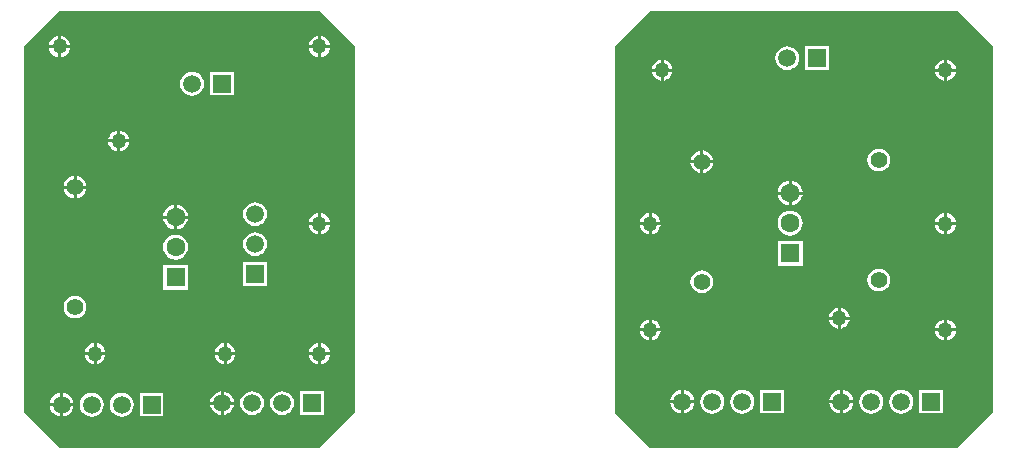
<source format=gbl>
G04*
G04 #@! TF.GenerationSoftware,Altium Limited,Altium Designer,20.0.11 (256)*
G04*
G04 Layer_Physical_Order=2*
G04 Layer_Color=16711680*
%FSLAX25Y25*%
%MOIN*%
G70*
G01*
G75*
%ADD21C,0.05906*%
%ADD22R,0.05906X0.05906*%
%ADD23R,0.05906X0.05906*%
%ADD24C,0.05512*%
%ADD25C,0.06299*%
%ADD26R,0.06299X0.06299*%
%ADD27C,0.05000*%
G36*
X137795Y133858D02*
X137795Y11811D01*
X125984Y0D01*
X39370D01*
X27559Y11811D01*
Y133858D01*
X39370Y145669D01*
X125984Y145669D01*
X137795Y133858D01*
D02*
G37*
G36*
X350394D02*
Y11811D01*
X338583Y-0D01*
X236221D01*
X224410Y11811D01*
Y133858D01*
X236221Y145669D01*
X338583Y145669D01*
X350394Y133858D01*
D02*
G37*
%LPC*%
G36*
X126484Y137323D02*
Y134358D01*
X129449D01*
X129394Y134772D01*
X129042Y135623D01*
X128481Y136354D01*
X127749Y136916D01*
X126898Y137268D01*
X126484Y137323D01*
D02*
G37*
G36*
X125484D02*
X125071Y137268D01*
X124219Y136916D01*
X123488Y136354D01*
X122927Y135623D01*
X122574Y134772D01*
X122520Y134358D01*
X125484D01*
Y137323D01*
D02*
G37*
G36*
X39870D02*
Y134358D01*
X42834D01*
X42780Y134772D01*
X42427Y135623D01*
X41866Y136354D01*
X41135Y136916D01*
X40284Y137268D01*
X39870Y137323D01*
D02*
G37*
G36*
X38870D02*
X38456Y137268D01*
X37605Y136916D01*
X36874Y136354D01*
X36313Y135623D01*
X35960Y134772D01*
X35906Y134358D01*
X38870D01*
Y137323D01*
D02*
G37*
G36*
X129449Y133358D02*
X126484D01*
Y130394D01*
X126898Y130448D01*
X127749Y130801D01*
X128481Y131362D01*
X129042Y132093D01*
X129394Y132945D01*
X129449Y133358D01*
D02*
G37*
G36*
X125484D02*
X122520D01*
X122574Y132945D01*
X122927Y132093D01*
X123488Y131362D01*
X124219Y130801D01*
X125071Y130448D01*
X125484Y130394D01*
Y133358D01*
D02*
G37*
G36*
X42834D02*
X39870D01*
Y130394D01*
X40284Y130448D01*
X41135Y130801D01*
X41866Y131362D01*
X42427Y132093D01*
X42780Y132945D01*
X42834Y133358D01*
D02*
G37*
G36*
X38870D02*
X35906D01*
X35960Y132945D01*
X36313Y132093D01*
X36874Y131362D01*
X37605Y130801D01*
X38456Y130448D01*
X38870Y130394D01*
Y133358D01*
D02*
G37*
G36*
X97453Y125453D02*
X89547D01*
Y117547D01*
X97453D01*
Y125453D01*
D02*
G37*
G36*
X83500Y125487D02*
X82468Y125351D01*
X81507Y124953D01*
X80681Y124319D01*
X80047Y123493D01*
X79649Y122532D01*
X79513Y121500D01*
X79649Y120468D01*
X80047Y119507D01*
X80681Y118681D01*
X81507Y118047D01*
X82468Y117649D01*
X83500Y117513D01*
X84532Y117649D01*
X85493Y118047D01*
X86319Y118681D01*
X86953Y119507D01*
X87351Y120468D01*
X87487Y121500D01*
X87351Y122532D01*
X86953Y123493D01*
X86319Y124319D01*
X85493Y124953D01*
X84532Y125351D01*
X83500Y125487D01*
D02*
G37*
G36*
X59555Y105827D02*
Y102862D01*
X62520D01*
X62465Y103276D01*
X62112Y104127D01*
X61551Y104858D01*
X60820Y105419D01*
X59969Y105772D01*
X59555Y105827D01*
D02*
G37*
G36*
X58555D02*
X58141Y105772D01*
X57290Y105419D01*
X56559Y104858D01*
X55998Y104127D01*
X55645Y103276D01*
X55591Y102862D01*
X58555D01*
Y105827D01*
D02*
G37*
G36*
X62520Y101862D02*
X59555D01*
Y98898D01*
X59969Y98952D01*
X60820Y99305D01*
X61551Y99866D01*
X62112Y100597D01*
X62465Y101449D01*
X62520Y101862D01*
D02*
G37*
G36*
X58555D02*
X55591D01*
X55645Y101449D01*
X55998Y100597D01*
X56559Y99866D01*
X57290Y99305D01*
X58141Y98952D01*
X58555Y98898D01*
Y101862D01*
D02*
G37*
G36*
X45000Y90723D02*
Y87500D01*
X48223D01*
X48159Y87981D01*
X47781Y88894D01*
X47179Y89679D01*
X46394Y90281D01*
X45480Y90659D01*
X45000Y90723D01*
D02*
G37*
G36*
X44000D02*
X43519Y90659D01*
X42606Y90281D01*
X41821Y89679D01*
X41219Y88894D01*
X40841Y87981D01*
X40778Y87500D01*
X44000D01*
Y90723D01*
D02*
G37*
G36*
X48223Y86500D02*
X45000D01*
Y83277D01*
X45480Y83341D01*
X46394Y83719D01*
X47179Y84321D01*
X47781Y85106D01*
X48159Y86019D01*
X48223Y86500D01*
D02*
G37*
G36*
X44000D02*
X40778D01*
X40841Y86019D01*
X41219Y85106D01*
X41821Y84321D01*
X42606Y83719D01*
X43519Y83341D01*
X44000Y83277D01*
Y86500D01*
D02*
G37*
G36*
X78500Y81120D02*
Y77500D01*
X82120D01*
X82043Y78083D01*
X81625Y79093D01*
X80959Y79959D01*
X80093Y80625D01*
X79083Y81043D01*
X78500Y81120D01*
D02*
G37*
G36*
X77500D02*
X76917Y81043D01*
X75907Y80625D01*
X75041Y79959D01*
X74375Y79093D01*
X73957Y78083D01*
X73880Y77500D01*
X77500D01*
Y81120D01*
D02*
G37*
G36*
X126484Y78268D02*
Y75303D01*
X129449D01*
X129394Y75717D01*
X129042Y76568D01*
X128481Y77299D01*
X127749Y77860D01*
X126898Y78213D01*
X126484Y78268D01*
D02*
G37*
G36*
X125484D02*
X125071Y78213D01*
X124219Y77860D01*
X123488Y77299D01*
X122927Y76568D01*
X122574Y75717D01*
X122520Y75303D01*
X125484D01*
Y78268D01*
D02*
G37*
G36*
X104500Y81987D02*
X103468Y81851D01*
X102507Y81453D01*
X101681Y80819D01*
X101047Y79993D01*
X100649Y79032D01*
X100513Y78000D01*
X100649Y76968D01*
X101047Y76007D01*
X101681Y75181D01*
X102507Y74547D01*
X103468Y74149D01*
X104500Y74013D01*
X105532Y74149D01*
X106493Y74547D01*
X107319Y75181D01*
X107953Y76007D01*
X108351Y76968D01*
X108487Y78000D01*
X108351Y79032D01*
X107953Y79993D01*
X107319Y80819D01*
X106493Y81453D01*
X105532Y81851D01*
X104500Y81987D01*
D02*
G37*
G36*
X82120Y76500D02*
X78500D01*
Y72880D01*
X79083Y72957D01*
X80093Y73375D01*
X80959Y74041D01*
X81625Y74907D01*
X82043Y75917D01*
X82120Y76500D01*
D02*
G37*
G36*
X77500D02*
X73880D01*
X73957Y75917D01*
X74375Y74907D01*
X75041Y74041D01*
X75907Y73375D01*
X76917Y72957D01*
X77500Y72880D01*
Y76500D01*
D02*
G37*
G36*
X129449Y74303D02*
X126484D01*
Y71339D01*
X126898Y71393D01*
X127749Y71746D01*
X128481Y72307D01*
X129042Y73038D01*
X129394Y73889D01*
X129449Y74303D01*
D02*
G37*
G36*
X125484D02*
X122520D01*
X122574Y73889D01*
X122927Y73038D01*
X123488Y72307D01*
X124219Y71746D01*
X125071Y71393D01*
X125484Y71339D01*
Y74303D01*
D02*
G37*
G36*
X104500Y71987D02*
X103468Y71851D01*
X102507Y71453D01*
X101681Y70819D01*
X101047Y69993D01*
X100649Y69032D01*
X100513Y68000D01*
X100649Y66968D01*
X101047Y66007D01*
X101681Y65181D01*
X102507Y64547D01*
X103468Y64149D01*
X104500Y64013D01*
X105532Y64149D01*
X106493Y64547D01*
X107319Y65181D01*
X107953Y66007D01*
X108351Y66968D01*
X108487Y68000D01*
X108351Y69032D01*
X107953Y69993D01*
X107319Y70819D01*
X106493Y71453D01*
X105532Y71851D01*
X104500Y71987D01*
D02*
G37*
G36*
X78000Y71185D02*
X76917Y71043D01*
X75907Y70625D01*
X75041Y69959D01*
X74375Y69093D01*
X73957Y68083D01*
X73815Y67000D01*
X73957Y65917D01*
X74375Y64907D01*
X75041Y64040D01*
X75907Y63375D01*
X76917Y62957D01*
X78000Y62815D01*
X79083Y62957D01*
X80093Y63375D01*
X80959Y64040D01*
X81625Y64907D01*
X82043Y65917D01*
X82185Y67000D01*
X82043Y68083D01*
X81625Y69093D01*
X80959Y69959D01*
X80093Y70625D01*
X79083Y71043D01*
X78000Y71185D01*
D02*
G37*
G36*
X108453Y61953D02*
X100547D01*
Y54047D01*
X108453D01*
Y61953D01*
D02*
G37*
G36*
X82150Y61150D02*
X73850D01*
Y52850D01*
X82150D01*
Y61150D01*
D02*
G37*
G36*
X44500Y50788D02*
X43519Y50659D01*
X42606Y50281D01*
X41821Y49679D01*
X41219Y48894D01*
X40841Y47980D01*
X40712Y47000D01*
X40841Y46020D01*
X41219Y45106D01*
X41821Y44321D01*
X42606Y43719D01*
X43519Y43341D01*
X44500Y43212D01*
X45480Y43341D01*
X46394Y43719D01*
X47179Y44321D01*
X47781Y45106D01*
X48159Y46020D01*
X48288Y47000D01*
X48159Y47980D01*
X47781Y48894D01*
X47179Y49679D01*
X46394Y50281D01*
X45480Y50659D01*
X44500Y50788D01*
D02*
G37*
G36*
X126484Y34960D02*
Y31996D01*
X129449D01*
X129394Y32410D01*
X129042Y33261D01*
X128481Y33992D01*
X127749Y34553D01*
X126898Y34906D01*
X126484Y34960D01*
D02*
G37*
G36*
X125484D02*
X125071Y34906D01*
X124219Y34553D01*
X123488Y33992D01*
X122927Y33261D01*
X122574Y32410D01*
X122520Y31996D01*
X125484D01*
Y34960D01*
D02*
G37*
G36*
X94988D02*
Y31996D01*
X97953D01*
X97898Y32410D01*
X97545Y33261D01*
X96984Y33992D01*
X96253Y34553D01*
X95402Y34906D01*
X94988Y34960D01*
D02*
G37*
G36*
X93988D02*
X93575Y34906D01*
X92723Y34553D01*
X91992Y33992D01*
X91431Y33261D01*
X91078Y32410D01*
X91024Y31996D01*
X93988D01*
Y34960D01*
D02*
G37*
G36*
X51681D02*
Y31996D01*
X54646D01*
X54591Y32410D01*
X54238Y33261D01*
X53677Y33992D01*
X52946Y34553D01*
X52095Y34906D01*
X51681Y34960D01*
D02*
G37*
G36*
X50681D02*
X50267Y34906D01*
X49416Y34553D01*
X48685Y33992D01*
X48124Y33261D01*
X47771Y32410D01*
X47717Y31996D01*
X50681D01*
Y34960D01*
D02*
G37*
G36*
X129449Y30996D02*
X126484D01*
Y28032D01*
X126898Y28086D01*
X127749Y28439D01*
X128481Y29000D01*
X129042Y29731D01*
X129394Y30582D01*
X129449Y30996D01*
D02*
G37*
G36*
X125484D02*
X122520D01*
X122574Y30582D01*
X122927Y29731D01*
X123488Y29000D01*
X124219Y28439D01*
X125071Y28086D01*
X125484Y28032D01*
Y30996D01*
D02*
G37*
G36*
X97953D02*
X94988D01*
Y28032D01*
X95402Y28086D01*
X96253Y28439D01*
X96984Y29000D01*
X97545Y29731D01*
X97898Y30582D01*
X97953Y30996D01*
D02*
G37*
G36*
X93988D02*
X91024D01*
X91078Y30582D01*
X91431Y29731D01*
X91992Y29000D01*
X92723Y28439D01*
X93575Y28086D01*
X93988Y28032D01*
Y30996D01*
D02*
G37*
G36*
X54646D02*
X51681D01*
Y28032D01*
X52095Y28086D01*
X52946Y28439D01*
X53677Y29000D01*
X54238Y29731D01*
X54591Y30582D01*
X54646Y30996D01*
D02*
G37*
G36*
X50681D02*
X47717D01*
X47771Y30582D01*
X48124Y29731D01*
X48685Y29000D01*
X49416Y28439D01*
X50267Y28086D01*
X50681Y28032D01*
Y30996D01*
D02*
G37*
G36*
X94000Y18921D02*
Y15500D01*
X97421D01*
X97351Y16032D01*
X96953Y16993D01*
X96319Y17819D01*
X95493Y18453D01*
X94532Y18851D01*
X94000Y18921D01*
D02*
G37*
G36*
X93000D02*
X92468Y18851D01*
X91507Y18453D01*
X90681Y17819D01*
X90047Y16993D01*
X89649Y16032D01*
X89579Y15500D01*
X93000D01*
Y18921D01*
D02*
G37*
G36*
X40500Y18421D02*
Y15000D01*
X43921D01*
X43851Y15532D01*
X43453Y16493D01*
X42819Y17319D01*
X41993Y17953D01*
X41032Y18351D01*
X40500Y18421D01*
D02*
G37*
G36*
X39500D02*
X38968Y18351D01*
X38007Y17953D01*
X37181Y17319D01*
X36547Y16493D01*
X36149Y15532D01*
X36079Y15000D01*
X39500D01*
Y18421D01*
D02*
G37*
G36*
X97421Y14500D02*
X94000D01*
Y11079D01*
X94532Y11149D01*
X95493Y11547D01*
X96319Y12181D01*
X96953Y13007D01*
X97351Y13968D01*
X97421Y14500D01*
D02*
G37*
G36*
X93000D02*
X89579D01*
X89649Y13968D01*
X90047Y13007D01*
X90681Y12181D01*
X91507Y11547D01*
X92468Y11149D01*
X93000Y11079D01*
Y14500D01*
D02*
G37*
G36*
X127453Y18953D02*
X119547D01*
Y11047D01*
X127453D01*
Y18953D01*
D02*
G37*
G36*
X113500Y18987D02*
X112468Y18851D01*
X111507Y18453D01*
X110681Y17819D01*
X110047Y16993D01*
X109649Y16032D01*
X109513Y15000D01*
X109649Y13968D01*
X110047Y13007D01*
X110681Y12181D01*
X111507Y11547D01*
X112468Y11149D01*
X113500Y11013D01*
X114532Y11149D01*
X115493Y11547D01*
X116319Y12181D01*
X116953Y13007D01*
X117351Y13968D01*
X117487Y15000D01*
X117351Y16032D01*
X116953Y16993D01*
X116319Y17819D01*
X115493Y18453D01*
X114532Y18851D01*
X113500Y18987D01*
D02*
G37*
G36*
X103500D02*
X102468Y18851D01*
X101507Y18453D01*
X100681Y17819D01*
X100047Y16993D01*
X99649Y16032D01*
X99513Y15000D01*
X99649Y13968D01*
X100047Y13007D01*
X100681Y12181D01*
X101507Y11547D01*
X102468Y11149D01*
X103500Y11013D01*
X104532Y11149D01*
X105493Y11547D01*
X106319Y12181D01*
X106953Y13007D01*
X107351Y13968D01*
X107487Y15000D01*
X107351Y16032D01*
X106953Y16993D01*
X106319Y17819D01*
X105493Y18453D01*
X104532Y18851D01*
X103500Y18987D01*
D02*
G37*
G36*
X43921Y14000D02*
X40500D01*
Y10579D01*
X41032Y10649D01*
X41993Y11047D01*
X42819Y11681D01*
X43453Y12507D01*
X43851Y13468D01*
X43921Y14000D01*
D02*
G37*
G36*
X39500D02*
X36079D01*
X36149Y13468D01*
X36547Y12507D01*
X37181Y11681D01*
X38007Y11047D01*
X38968Y10649D01*
X39500Y10579D01*
Y14000D01*
D02*
G37*
G36*
X73953Y18453D02*
X66047D01*
Y10547D01*
X73953D01*
Y18453D01*
D02*
G37*
G36*
X60000Y18487D02*
X58968Y18351D01*
X58007Y17953D01*
X57181Y17319D01*
X56547Y16493D01*
X56149Y15532D01*
X56013Y14500D01*
X56149Y13468D01*
X56547Y12507D01*
X57181Y11681D01*
X58007Y11047D01*
X58968Y10649D01*
X60000Y10513D01*
X61032Y10649D01*
X61993Y11047D01*
X62819Y11681D01*
X63453Y12507D01*
X63851Y13468D01*
X63987Y14500D01*
X63851Y15532D01*
X63453Y16493D01*
X62819Y17319D01*
X61993Y17953D01*
X61032Y18351D01*
X60000Y18487D01*
D02*
G37*
G36*
X50000D02*
X48968Y18351D01*
X48007Y17953D01*
X47181Y17319D01*
X46547Y16493D01*
X46149Y15532D01*
X46013Y14500D01*
X46149Y13468D01*
X46547Y12507D01*
X47181Y11681D01*
X48007Y11047D01*
X48968Y10649D01*
X50000Y10513D01*
X51032Y10649D01*
X51993Y11047D01*
X52819Y11681D01*
X53453Y12507D01*
X53851Y13468D01*
X53987Y14500D01*
X53851Y15532D01*
X53453Y16493D01*
X52819Y17319D01*
X51993Y17953D01*
X51032Y18351D01*
X50000Y18487D01*
D02*
G37*
G36*
X335146Y129449D02*
Y126484D01*
X338110D01*
X338056Y126898D01*
X337703Y127749D01*
X337142Y128481D01*
X336411Y129042D01*
X335559Y129394D01*
X335146Y129449D01*
D02*
G37*
G36*
X334146D02*
X333732Y129394D01*
X332881Y129042D01*
X332149Y128481D01*
X331588Y127749D01*
X331236Y126898D01*
X331181Y126484D01*
X334146D01*
Y129449D01*
D02*
G37*
G36*
X240657D02*
Y126484D01*
X243622D01*
X243567Y126898D01*
X243215Y127749D01*
X242654Y128481D01*
X241923Y129042D01*
X241071Y129394D01*
X240657Y129449D01*
D02*
G37*
G36*
X239657D02*
X239244Y129394D01*
X238392Y129042D01*
X237661Y128481D01*
X237100Y127749D01*
X236748Y126898D01*
X236693Y126484D01*
X239657D01*
Y129449D01*
D02*
G37*
G36*
X295827Y133953D02*
X287921D01*
Y126047D01*
X295827D01*
Y133953D01*
D02*
G37*
G36*
X281874Y133987D02*
X280842Y133851D01*
X279881Y133453D01*
X279055Y132819D01*
X278421Y131993D01*
X278023Y131032D01*
X277887Y130000D01*
X278023Y128968D01*
X278421Y128007D01*
X279055Y127181D01*
X279881Y126547D01*
X280842Y126149D01*
X281874Y126013D01*
X282906Y126149D01*
X283868Y126547D01*
X284693Y127181D01*
X285327Y128007D01*
X285725Y128968D01*
X285861Y130000D01*
X285725Y131032D01*
X285327Y131993D01*
X284693Y132819D01*
X283868Y133453D01*
X282906Y133851D01*
X281874Y133987D01*
D02*
G37*
G36*
X338110Y125484D02*
X335146D01*
Y122520D01*
X335559Y122574D01*
X336411Y122927D01*
X337142Y123488D01*
X337703Y124219D01*
X338056Y125071D01*
X338110Y125484D01*
D02*
G37*
G36*
X334146D02*
X331181D01*
X331236Y125071D01*
X331588Y124219D01*
X332149Y123488D01*
X332881Y122927D01*
X333732Y122574D01*
X334146Y122520D01*
Y125484D01*
D02*
G37*
G36*
X243622D02*
X240657D01*
Y122520D01*
X241071Y122574D01*
X241923Y122927D01*
X242654Y123488D01*
X243215Y124219D01*
X243567Y125071D01*
X243622Y125484D01*
D02*
G37*
G36*
X239657D02*
X236693D01*
X236748Y125071D01*
X237100Y124219D01*
X237661Y123488D01*
X238392Y122927D01*
X239244Y122574D01*
X239657Y122520D01*
Y125484D01*
D02*
G37*
G36*
X253874Y99222D02*
Y96000D01*
X257097D01*
X257033Y96481D01*
X256655Y97394D01*
X256053Y98179D01*
X255268Y98781D01*
X254355Y99159D01*
X253874Y99222D01*
D02*
G37*
G36*
X252874Y99222D02*
X252394Y99159D01*
X251480Y98781D01*
X250695Y98179D01*
X250093Y97394D01*
X249715Y96481D01*
X249652Y96000D01*
X252874D01*
Y99222D01*
D02*
G37*
G36*
X312374Y99788D02*
X311393Y99659D01*
X310480Y99281D01*
X309695Y98679D01*
X309093Y97894D01*
X308715Y96981D01*
X308586Y96000D01*
X308715Y95020D01*
X309093Y94106D01*
X309695Y93321D01*
X310480Y92719D01*
X311393Y92341D01*
X312374Y92212D01*
X313354Y92341D01*
X314268Y92719D01*
X315053Y93321D01*
X315655Y94106D01*
X316033Y95020D01*
X316162Y96000D01*
X316033Y96981D01*
X315655Y97894D01*
X315053Y98679D01*
X314268Y99281D01*
X313354Y99659D01*
X312374Y99788D01*
D02*
G37*
G36*
X252874Y95000D02*
X249652D01*
X249715Y94520D01*
X250093Y93606D01*
X250695Y92821D01*
X251480Y92219D01*
X252394Y91841D01*
X252874Y91777D01*
Y95000D01*
D02*
G37*
G36*
X257097D02*
X253874D01*
Y91777D01*
X254355Y91841D01*
X255268Y92219D01*
X256053Y92821D01*
X256655Y93606D01*
X257033Y94520D01*
X257097Y95000D01*
D02*
G37*
G36*
X283374Y89120D02*
Y85500D01*
X286994D01*
X286917Y86083D01*
X286499Y87093D01*
X285834Y87959D01*
X284967Y88625D01*
X283957Y89043D01*
X283374Y89120D01*
D02*
G37*
G36*
X282374Y89120D02*
X281791Y89043D01*
X280781Y88625D01*
X279914Y87959D01*
X279249Y87093D01*
X278831Y86083D01*
X278754Y85500D01*
X282374D01*
Y89120D01*
D02*
G37*
G36*
Y84500D02*
X278754D01*
X278831Y83917D01*
X279249Y82907D01*
X279914Y82041D01*
X280781Y81375D01*
X281791Y80957D01*
X282374Y80880D01*
Y84500D01*
D02*
G37*
G36*
X286994D02*
X283374D01*
Y80880D01*
X283957Y80957D01*
X284967Y81375D01*
X285834Y82041D01*
X286499Y82907D01*
X286917Y83917D01*
X286994Y84500D01*
D02*
G37*
G36*
X335146Y78268D02*
Y75303D01*
X338110D01*
X338056Y75717D01*
X337703Y76568D01*
X337142Y77299D01*
X336411Y77860D01*
X335559Y78213D01*
X335146Y78268D01*
D02*
G37*
G36*
X334146D02*
X333732Y78213D01*
X332881Y77860D01*
X332149Y77299D01*
X331588Y76568D01*
X331236Y75717D01*
X331181Y75303D01*
X334146D01*
Y78268D01*
D02*
G37*
G36*
X236720D02*
Y75303D01*
X239685D01*
X239630Y75717D01*
X239278Y76568D01*
X238717Y77299D01*
X237986Y77860D01*
X237134Y78213D01*
X236720Y78268D01*
D02*
G37*
G36*
X235720D02*
X235307Y78213D01*
X234455Y77860D01*
X233724Y77299D01*
X233163Y76568D01*
X232811Y75717D01*
X232756Y75303D01*
X235720D01*
Y78268D01*
D02*
G37*
G36*
X338110Y74303D02*
X335146D01*
Y71339D01*
X335559Y71393D01*
X336411Y71746D01*
X337142Y72307D01*
X337703Y73038D01*
X338056Y73889D01*
X338110Y74303D01*
D02*
G37*
G36*
X334146D02*
X331181D01*
X331236Y73889D01*
X331588Y73038D01*
X332149Y72307D01*
X332881Y71746D01*
X333732Y71393D01*
X334146Y71339D01*
Y74303D01*
D02*
G37*
G36*
X239685D02*
X236720D01*
Y71339D01*
X237134Y71393D01*
X237986Y71746D01*
X238717Y72307D01*
X239278Y73038D01*
X239630Y73889D01*
X239685Y74303D01*
D02*
G37*
G36*
X235720D02*
X232756D01*
X232811Y73889D01*
X233163Y73038D01*
X233724Y72307D01*
X234455Y71746D01*
X235307Y71393D01*
X235720Y71339D01*
Y74303D01*
D02*
G37*
G36*
X282874Y79185D02*
X281791Y79043D01*
X280781Y78625D01*
X279914Y77960D01*
X279249Y77093D01*
X278831Y76083D01*
X278689Y75000D01*
X278831Y73917D01*
X279249Y72907D01*
X279914Y72040D01*
X280781Y71375D01*
X281791Y70957D01*
X282874Y70815D01*
X283957Y70957D01*
X284967Y71375D01*
X285834Y72040D01*
X286499Y72907D01*
X286917Y73917D01*
X287059Y75000D01*
X286917Y76083D01*
X286499Y77093D01*
X285834Y77960D01*
X284967Y78625D01*
X283957Y79043D01*
X282874Y79185D01*
D02*
G37*
G36*
X287024Y69150D02*
X278724D01*
Y60850D01*
X287024D01*
Y69150D01*
D02*
G37*
G36*
X312374Y59788D02*
X311393Y59659D01*
X310480Y59281D01*
X309695Y58679D01*
X309093Y57894D01*
X308715Y56981D01*
X308586Y56000D01*
X308715Y55019D01*
X309093Y54106D01*
X309695Y53321D01*
X310480Y52719D01*
X311393Y52341D01*
X312374Y52212D01*
X313354Y52341D01*
X314268Y52719D01*
X315053Y53321D01*
X315655Y54106D01*
X316033Y55019D01*
X316162Y56000D01*
X316033Y56981D01*
X315655Y57894D01*
X315053Y58679D01*
X314268Y59281D01*
X313354Y59659D01*
X312374Y59788D01*
D02*
G37*
G36*
X253374Y59288D02*
X252394Y59159D01*
X251480Y58781D01*
X250695Y58179D01*
X250093Y57394D01*
X249715Y56480D01*
X249586Y55500D01*
X249715Y54519D01*
X250093Y53606D01*
X250695Y52821D01*
X251480Y52219D01*
X252394Y51841D01*
X253374Y51712D01*
X254355Y51841D01*
X255268Y52219D01*
X256053Y52821D01*
X256655Y53606D01*
X257033Y54519D01*
X257162Y55500D01*
X257033Y56480D01*
X256655Y57394D01*
X256053Y58179D01*
X255268Y58781D01*
X254355Y59159D01*
X253374Y59288D01*
D02*
G37*
G36*
X299713Y46771D02*
Y43807D01*
X302677D01*
X302623Y44221D01*
X302270Y45072D01*
X301709Y45803D01*
X300978Y46364D01*
X300126Y46717D01*
X299713Y46771D01*
D02*
G37*
G36*
X298713D02*
X298299Y46717D01*
X297447Y46364D01*
X296716Y45803D01*
X296155Y45072D01*
X295803Y44221D01*
X295748Y43807D01*
X298713D01*
Y46771D01*
D02*
G37*
G36*
X335146Y42834D02*
Y39870D01*
X338110D01*
X338056Y40284D01*
X337703Y41135D01*
X337142Y41866D01*
X336411Y42427D01*
X335559Y42780D01*
X335146Y42834D01*
D02*
G37*
G36*
X334146D02*
X333732Y42780D01*
X332881Y42427D01*
X332149Y41866D01*
X331588Y41135D01*
X331236Y40284D01*
X331181Y39870D01*
X334146D01*
Y42834D01*
D02*
G37*
G36*
X236720D02*
Y39870D01*
X239685D01*
X239630Y40284D01*
X239278Y41135D01*
X238717Y41866D01*
X237986Y42427D01*
X237134Y42780D01*
X236720Y42834D01*
D02*
G37*
G36*
X235720D02*
X235307Y42780D01*
X234455Y42427D01*
X233724Y41866D01*
X233163Y41135D01*
X232811Y40284D01*
X232756Y39870D01*
X235720D01*
Y42834D01*
D02*
G37*
G36*
X302677Y42807D02*
X299713D01*
Y39843D01*
X300126Y39897D01*
X300978Y40250D01*
X301709Y40811D01*
X302270Y41542D01*
X302623Y42393D01*
X302677Y42807D01*
D02*
G37*
G36*
X298713D02*
X295748D01*
X295803Y42393D01*
X296155Y41542D01*
X296716Y40811D01*
X297447Y40250D01*
X298299Y39897D01*
X298713Y39843D01*
Y42807D01*
D02*
G37*
G36*
X338110Y38870D02*
X335146D01*
Y35906D01*
X335559Y35960D01*
X336411Y36313D01*
X337142Y36874D01*
X337703Y37605D01*
X338056Y38456D01*
X338110Y38870D01*
D02*
G37*
G36*
X334146D02*
X331181D01*
X331236Y38456D01*
X331588Y37605D01*
X332149Y36874D01*
X332881Y36313D01*
X333732Y35960D01*
X334146Y35906D01*
Y38870D01*
D02*
G37*
G36*
X239685D02*
X236720D01*
Y35906D01*
X237134Y35960D01*
X237986Y36313D01*
X238717Y36874D01*
X239278Y37605D01*
X239630Y38456D01*
X239685Y38870D01*
D02*
G37*
G36*
X235720D02*
X232756D01*
X232811Y38456D01*
X233163Y37605D01*
X233724Y36874D01*
X234455Y36313D01*
X235307Y35960D01*
X235720Y35906D01*
Y38870D01*
D02*
G37*
G36*
X300374Y19421D02*
Y16000D01*
X303795D01*
X303725Y16532D01*
X303327Y17493D01*
X302693Y18319D01*
X301868Y18953D01*
X300906Y19351D01*
X300374Y19421D01*
D02*
G37*
G36*
X247374D02*
Y16000D01*
X250795D01*
X250725Y16532D01*
X250327Y17493D01*
X249693Y18319D01*
X248868Y18953D01*
X247906Y19351D01*
X247374Y19421D01*
D02*
G37*
G36*
X299374Y19421D02*
X298842Y19351D01*
X297881Y18953D01*
X297055Y18319D01*
X296421Y17493D01*
X296023Y16532D01*
X295953Y16000D01*
X299374D01*
Y19421D01*
D02*
G37*
G36*
X246374D02*
X245842Y19351D01*
X244881Y18953D01*
X244055Y18319D01*
X243421Y17493D01*
X243023Y16532D01*
X242953Y16000D01*
X246374D01*
Y19421D01*
D02*
G37*
G36*
X299374Y15000D02*
X295953D01*
X296023Y14468D01*
X296421Y13507D01*
X297055Y12681D01*
X297881Y12047D01*
X298842Y11649D01*
X299374Y11579D01*
Y15000D01*
D02*
G37*
G36*
X246374D02*
X242953D01*
X243023Y14468D01*
X243421Y13507D01*
X244055Y12681D01*
X244881Y12047D01*
X245842Y11649D01*
X246374Y11579D01*
Y15000D01*
D02*
G37*
G36*
X303795D02*
X300374D01*
Y11579D01*
X300906Y11649D01*
X301868Y12047D01*
X302693Y12681D01*
X303327Y13507D01*
X303725Y14468D01*
X303795Y15000D01*
D02*
G37*
G36*
X250795D02*
X247374D01*
Y11579D01*
X247906Y11649D01*
X248868Y12047D01*
X249693Y12681D01*
X250327Y13507D01*
X250725Y14468D01*
X250795Y15000D01*
D02*
G37*
G36*
X333827Y19453D02*
X325921D01*
Y11547D01*
X333827D01*
Y19453D01*
D02*
G37*
G36*
X280827D02*
X272921D01*
Y11547D01*
X280827D01*
Y19453D01*
D02*
G37*
G36*
X319874Y19487D02*
X318842Y19351D01*
X317881Y18953D01*
X317055Y18319D01*
X316421Y17493D01*
X316023Y16532D01*
X315887Y15500D01*
X316023Y14468D01*
X316421Y13507D01*
X317055Y12681D01*
X317881Y12047D01*
X318842Y11649D01*
X319874Y11513D01*
X320906Y11649D01*
X321867Y12047D01*
X322693Y12681D01*
X323327Y13507D01*
X323725Y14468D01*
X323861Y15500D01*
X323725Y16532D01*
X323327Y17493D01*
X322693Y18319D01*
X321867Y18953D01*
X320906Y19351D01*
X319874Y19487D01*
D02*
G37*
G36*
X309874D02*
X308842Y19351D01*
X307881Y18953D01*
X307055Y18319D01*
X306421Y17493D01*
X306023Y16532D01*
X305887Y15500D01*
X306023Y14468D01*
X306421Y13507D01*
X307055Y12681D01*
X307881Y12047D01*
X308842Y11649D01*
X309874Y11513D01*
X310906Y11649D01*
X311867Y12047D01*
X312693Y12681D01*
X313327Y13507D01*
X313725Y14468D01*
X313861Y15500D01*
X313725Y16532D01*
X313327Y17493D01*
X312693Y18319D01*
X311867Y18953D01*
X310906Y19351D01*
X309874Y19487D01*
D02*
G37*
G36*
X266874D02*
X265842Y19351D01*
X264881Y18953D01*
X264055Y18319D01*
X263421Y17493D01*
X263023Y16532D01*
X262887Y15500D01*
X263023Y14468D01*
X263421Y13507D01*
X264055Y12681D01*
X264881Y12047D01*
X265842Y11649D01*
X266874Y11513D01*
X267906Y11649D01*
X268867Y12047D01*
X269693Y12681D01*
X270327Y13507D01*
X270725Y14468D01*
X270861Y15500D01*
X270725Y16532D01*
X270327Y17493D01*
X269693Y18319D01*
X268867Y18953D01*
X267906Y19351D01*
X266874Y19487D01*
D02*
G37*
G36*
X256874D02*
X255842Y19351D01*
X254881Y18953D01*
X254055Y18319D01*
X253421Y17493D01*
X253023Y16532D01*
X252887Y15500D01*
X253023Y14468D01*
X253421Y13507D01*
X254055Y12681D01*
X254881Y12047D01*
X255842Y11649D01*
X256874Y11513D01*
X257906Y11649D01*
X258868Y12047D01*
X259693Y12681D01*
X260327Y13507D01*
X260725Y14468D01*
X260861Y15500D01*
X260725Y16532D01*
X260327Y17493D01*
X259693Y18319D01*
X258868Y18953D01*
X257906Y19351D01*
X256874Y19487D01*
D02*
G37*
%LPD*%
D21*
X93500Y15000D02*
D03*
X103500D02*
D03*
X113500D02*
D03*
X299874Y15500D02*
D03*
X309874D02*
D03*
X319874D02*
D03*
X104500Y68000D02*
D03*
Y78000D02*
D03*
X281874Y130000D02*
D03*
X83500Y121500D02*
D03*
X246874Y15500D02*
D03*
X256874D02*
D03*
X266874D02*
D03*
X40000Y14500D02*
D03*
X50000D02*
D03*
X60000D02*
D03*
D22*
X123500Y15000D02*
D03*
X329874Y15500D02*
D03*
X291874Y130000D02*
D03*
X93500Y121500D02*
D03*
X276874Y15500D02*
D03*
X70000Y14500D02*
D03*
D23*
X104500Y58000D02*
D03*
D24*
X312374Y96000D02*
D03*
Y56000D02*
D03*
X253374Y95500D02*
D03*
Y55500D02*
D03*
X44500Y87000D02*
D03*
Y47000D02*
D03*
D25*
X282874Y85000D02*
D03*
Y75000D02*
D03*
X78000Y77000D02*
D03*
Y67000D02*
D03*
D26*
X282874Y65000D02*
D03*
X78000Y57000D02*
D03*
D27*
X299213Y43307D02*
D03*
X236221Y39370D02*
D03*
X334646D02*
D03*
X236221Y74803D02*
D03*
X240158Y125984D02*
D03*
X334646Y74803D02*
D03*
Y125984D02*
D03*
X59055Y102362D02*
D03*
X125984Y74803D02*
D03*
Y31496D02*
D03*
X94488D02*
D03*
X51181D02*
D03*
X125984Y133858D02*
D03*
X39370D02*
D03*
M02*

</source>
